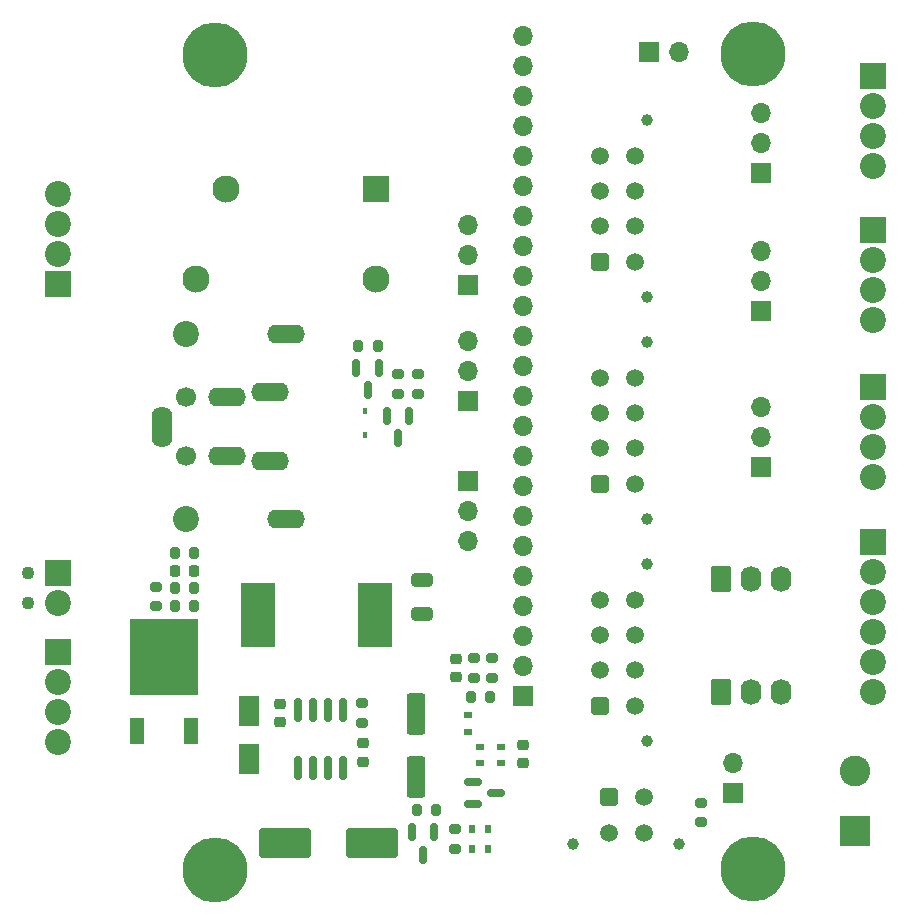
<source format=gbr>
%TF.GenerationSoftware,KiCad,Pcbnew,(6.0.11-0)*%
%TF.CreationDate,2023-05-17T22:58:47+12:00*%
%TF.ProjectId,controller-lower-cut,636f6e74-726f-46c6-9c65-722d6c6f7765,3.2*%
%TF.SameCoordinates,PX1c9c380PY1312d00*%
%TF.FileFunction,Soldermask,Top*%
%TF.FilePolarity,Negative*%
%FSLAX46Y46*%
G04 Gerber Fmt 4.6, Leading zero omitted, Abs format (unit mm)*
G04 Created by KiCad (PCBNEW (6.0.11-0)) date 2023-05-17 22:58:47*
%MOMM*%
%LPD*%
G01*
G04 APERTURE LIST*
G04 Aperture macros list*
%AMRoundRect*
0 Rectangle with rounded corners*
0 $1 Rounding radius*
0 $2 $3 $4 $5 $6 $7 $8 $9 X,Y pos of 4 corners*
0 Add a 4 corners polygon primitive as box body*
4,1,4,$2,$3,$4,$5,$6,$7,$8,$9,$2,$3,0*
0 Add four circle primitives for the rounded corners*
1,1,$1+$1,$2,$3*
1,1,$1+$1,$4,$5*
1,1,$1+$1,$6,$7*
1,1,$1+$1,$8,$9*
0 Add four rect primitives between the rounded corners*
20,1,$1+$1,$2,$3,$4,$5,0*
20,1,$1+$1,$4,$5,$6,$7,0*
20,1,$1+$1,$6,$7,$8,$9,0*
20,1,$1+$1,$8,$9,$2,$3,0*%
G04 Aperture macros list end*
%ADD10R,2.900000X5.400000*%
%ADD11C,1.000000*%
%ADD12RoundRect,0.250001X0.499999X-0.499999X0.499999X0.499999X-0.499999X0.499999X-0.499999X-0.499999X0*%
%ADD13C,1.500000*%
%ADD14RoundRect,0.225000X0.250000X-0.225000X0.250000X0.225000X-0.250000X0.225000X-0.250000X-0.225000X0*%
%ADD15RoundRect,0.225000X-0.250000X0.225000X-0.250000X-0.225000X0.250000X-0.225000X0.250000X0.225000X0*%
%ADD16RoundRect,0.200000X-0.275000X0.200000X-0.275000X-0.200000X0.275000X-0.200000X0.275000X0.200000X0*%
%ADD17RoundRect,0.200000X0.275000X-0.200000X0.275000X0.200000X-0.275000X0.200000X-0.275000X-0.200000X0*%
%ADD18RoundRect,0.250000X-0.620000X-0.845000X0.620000X-0.845000X0.620000X0.845000X-0.620000X0.845000X0*%
%ADD19O,1.740000X2.190000*%
%ADD20R,2.600000X2.600000*%
%ADD21C,2.600000*%
%ADD22R,0.700000X0.600000*%
%ADD23RoundRect,0.250001X-0.499999X-0.499999X0.499999X-0.499999X0.499999X0.499999X-0.499999X0.499999X0*%
%ADD24C,5.500000*%
%ADD25R,1.700000X1.700000*%
%ADD26O,1.700000X1.700000*%
%ADD27R,2.200000X2.200000*%
%ADD28C,2.200000*%
%ADD29C,1.100000*%
%ADD30RoundRect,0.200000X-0.200000X-0.275000X0.200000X-0.275000X0.200000X0.275000X-0.200000X0.275000X0*%
%ADD31R,0.600000X0.700000*%
%ADD32RoundRect,0.150000X-0.150000X0.587500X-0.150000X-0.587500X0.150000X-0.587500X0.150000X0.587500X0*%
%ADD33R,1.200000X2.200000*%
%ADD34R,5.800000X6.400000*%
%ADD35RoundRect,0.250000X-1.950000X-1.000000X1.950000X-1.000000X1.950000X1.000000X-1.950000X1.000000X0*%
%ADD36C,2.300000*%
%ADD37R,2.300000X2.300000*%
%ADD38C,1.700000*%
%ADD39O,3.200000X1.600000*%
%ADD40O,1.750000X3.500000*%
%ADD41RoundRect,0.250000X-0.550000X1.500000X-0.550000X-1.500000X0.550000X-1.500000X0.550000X1.500000X0*%
%ADD42RoundRect,0.250000X-0.650000X0.325000X-0.650000X-0.325000X0.650000X-0.325000X0.650000X0.325000X0*%
%ADD43R,0.450000X0.600000*%
%ADD44RoundRect,0.200000X0.200000X0.275000X-0.200000X0.275000X-0.200000X-0.275000X0.200000X-0.275000X0*%
%ADD45RoundRect,0.150000X0.150000X-0.825000X0.150000X0.825000X-0.150000X0.825000X-0.150000X-0.825000X0*%
%ADD46RoundRect,0.225000X0.225000X0.250000X-0.225000X0.250000X-0.225000X-0.250000X0.225000X-0.250000X0*%
%ADD47RoundRect,0.150000X-0.587500X-0.150000X0.587500X-0.150000X0.587500X0.150000X-0.587500X0.150000X0*%
%ADD48R,1.800000X2.500000*%
G04 APERTURE END LIST*
D10*
%TO.C,L1*%
X27600000Y-61410000D03*
X37500000Y-61410000D03*
%TD*%
D11*
%TO.C,J11*%
X60525000Y-34550000D03*
X60525000Y-19550000D03*
D12*
X56585000Y-31550000D03*
D13*
X56585000Y-28550000D03*
X56585000Y-25550000D03*
X56585000Y-22550000D03*
X59585000Y-31550000D03*
X59585000Y-28550000D03*
X59585000Y-25550000D03*
X59585000Y-22550000D03*
%TD*%
D14*
%TO.C,C5*%
X36500000Y-73875000D03*
X36500000Y-72325000D03*
%TD*%
D15*
%TO.C,C1*%
X44400000Y-65150000D03*
X44400000Y-66700000D03*
%TD*%
D16*
%TO.C,R12*%
X36449999Y-68935000D03*
X36449999Y-70585000D03*
%TD*%
D17*
%TO.C,R6*%
X45900000Y-66750000D03*
X45900000Y-65100000D03*
%TD*%
D18*
%TO.C,J18*%
X66860000Y-68000000D03*
D19*
X69400000Y-68000000D03*
X71940000Y-68000000D03*
%TD*%
D17*
%TO.C,R14*%
X41140000Y-42725000D03*
X41140000Y-41075000D03*
%TD*%
D20*
%TO.C,J5*%
X78205000Y-79737893D03*
D21*
X78205000Y-74657893D03*
%TD*%
D22*
%TO.C,D3*%
X46400000Y-73992893D03*
X46400000Y-72592893D03*
%TD*%
D11*
%TO.C,J4*%
X63300000Y-80832893D03*
X54300000Y-80832893D03*
D23*
X57300000Y-76892893D03*
D13*
X60300000Y-76892893D03*
X57300000Y-79892893D03*
X60300000Y-79892893D03*
%TD*%
D24*
%TO.C,H4*%
X24000000Y-83000000D03*
%TD*%
D25*
%TO.C,JP7*%
X45425000Y-43325000D03*
D26*
X45425000Y-40785000D03*
X45425000Y-38245000D03*
%TD*%
D27*
%TO.C,J10*%
X79708381Y-15795001D03*
D28*
X79708381Y-18335001D03*
X79708381Y-20875001D03*
X79708381Y-23415001D03*
%TD*%
D29*
%TO.C,J7*%
X8160000Y-57930000D03*
X8160000Y-60470000D03*
D27*
X10700000Y-57930000D03*
D28*
X10700000Y-60470000D03*
%TD*%
D16*
%TO.C,R15*%
X39500000Y-41075000D03*
X39500000Y-42725000D03*
%TD*%
D18*
%TO.C,J17*%
X66860000Y-58400000D03*
D19*
X69400000Y-58400000D03*
X71940000Y-58400000D03*
%TD*%
D25*
%TO.C,JP5*%
X70200000Y-35713380D03*
D26*
X70200000Y-33173380D03*
X70200000Y-30633380D03*
%TD*%
D11*
%TO.C,J16*%
X60525000Y-72150000D03*
X60525000Y-57150000D03*
D12*
X56585000Y-69150000D03*
D13*
X56585000Y-66150000D03*
X56585000Y-63150000D03*
X56585000Y-60150000D03*
X59585000Y-69150000D03*
X59585000Y-66150000D03*
X59585000Y-63150000D03*
X59585000Y-60150000D03*
%TD*%
D27*
%TO.C,J15*%
X10700000Y-64620000D03*
D28*
X10700000Y-67160000D03*
X10700000Y-69700000D03*
X10700000Y-72240000D03*
%TD*%
D30*
%TO.C,R7*%
X20575000Y-60700000D03*
X22225000Y-60700000D03*
%TD*%
D31*
%TO.C,D5*%
X47100000Y-81300000D03*
X45700000Y-81300000D03*
%TD*%
D24*
%TO.C,H6*%
X69500000Y-82992893D03*
%TD*%
D25*
%TO.C,JP6*%
X45425000Y-33500000D03*
D26*
X45425000Y-30960000D03*
X45425000Y-28420000D03*
%TD*%
D17*
%TO.C,R5*%
X65100000Y-79017893D03*
X65100000Y-77367893D03*
%TD*%
D32*
%TO.C,Q4*%
X40450000Y-44562500D03*
X38550000Y-44562500D03*
X39500000Y-46437500D03*
%TD*%
D33*
%TO.C,Q2*%
X17370000Y-71300000D03*
D34*
X19650000Y-65000000D03*
D33*
X21930000Y-71300000D03*
%TD*%
D16*
%TO.C,R8*%
X19000000Y-59075000D03*
X19000000Y-60725000D03*
%TD*%
D22*
%TO.C,D1*%
X45437500Y-71337500D03*
X45437500Y-69937500D03*
%TD*%
D14*
%TO.C,C6*%
X29450000Y-70534999D03*
X29450000Y-68984999D03*
%TD*%
D25*
%TO.C,JP4*%
X70200000Y-23992893D03*
D26*
X70200000Y-21452893D03*
X70200000Y-18912893D03*
%TD*%
D27*
%TO.C,J12*%
X79708381Y-28848381D03*
D28*
X79708381Y-31388381D03*
X79708381Y-33928381D03*
X79708381Y-36468381D03*
%TD*%
D24*
%TO.C,H5*%
X69500000Y-13992893D03*
%TD*%
D35*
%TO.C,C4*%
X29900000Y-80760000D03*
X37300000Y-80760000D03*
%TD*%
D27*
%TO.C,J14*%
X79708381Y-42145001D03*
D28*
X79708381Y-44685001D03*
X79708381Y-47225001D03*
X79708381Y-49765001D03*
%TD*%
D36*
%TO.C,K1*%
X37600000Y-33020000D03*
X22360000Y-33000000D03*
X24900000Y-25400000D03*
D37*
X37600000Y-25400000D03*
%TD*%
D11*
%TO.C,J13*%
X60525000Y-53350000D03*
X60525000Y-38350000D03*
D12*
X56585000Y-50350000D03*
D13*
X56585000Y-47350000D03*
X56585000Y-44350000D03*
X56585000Y-41350000D03*
X59585000Y-50350000D03*
X59585000Y-47350000D03*
X59585000Y-44350000D03*
X59585000Y-41350000D03*
%TD*%
D25*
%TO.C,JP2*%
X45400000Y-50075000D03*
D26*
X45400000Y-52615000D03*
X45400000Y-55155000D03*
%TD*%
D14*
%TO.C,C2*%
X50100000Y-73967893D03*
X50100000Y-72417893D03*
%TD*%
D28*
%TO.C,J3*%
X21500000Y-53300000D03*
D38*
X21500000Y-48000000D03*
D28*
X21500000Y-37700000D03*
D38*
X21500000Y-43000000D03*
D39*
X28650000Y-48400000D03*
X25000000Y-48000000D03*
X25000000Y-43000000D03*
X28650000Y-42600000D03*
X30000000Y-37700000D03*
D40*
X19500000Y-45500000D03*
D39*
X30000000Y-53300000D03*
%TD*%
D30*
%TO.C,R16*%
X36110000Y-38645000D03*
X37760000Y-38645000D03*
%TD*%
D41*
%TO.C,C8*%
X41000000Y-69800000D03*
X41000000Y-75200000D03*
%TD*%
D27*
%TO.C,J9*%
X79700000Y-55250000D03*
D28*
X79700000Y-57790000D03*
X79700000Y-60330000D03*
X79700000Y-62870000D03*
X79700000Y-65410000D03*
X79700000Y-67950000D03*
%TD*%
D31*
%TO.C,D4*%
X45700000Y-79600000D03*
X47100000Y-79600000D03*
%TD*%
D30*
%TO.C,R9*%
X20575000Y-56200000D03*
X22225000Y-56200000D03*
%TD*%
D42*
%TO.C,C7*%
X41525000Y-58450000D03*
X41525000Y-61400000D03*
%TD*%
D32*
%TO.C,Q3*%
X42550000Y-79862500D03*
X40650000Y-79862500D03*
X41600000Y-81737500D03*
%TD*%
D25*
%TO.C,JP3*%
X60725000Y-13800000D03*
D26*
X63265000Y-13800000D03*
%TD*%
D25*
%TO.C,JP1*%
X67800000Y-76492893D03*
D26*
X67800000Y-73952893D03*
%TD*%
D30*
%TO.C,R11*%
X41075000Y-78000000D03*
X42725000Y-78000000D03*
%TD*%
D17*
%TO.C,R2*%
X47425000Y-66750000D03*
X47425000Y-65100000D03*
%TD*%
D25*
%TO.C,JP8*%
X70200000Y-48910000D03*
D26*
X70200000Y-46370000D03*
X70200000Y-43830000D03*
%TD*%
D43*
%TO.C,D11*%
X36700000Y-44150000D03*
X36700000Y-46250000D03*
%TD*%
D44*
%TO.C,R3*%
X47275000Y-68425000D03*
X45625000Y-68425000D03*
%TD*%
D25*
%TO.C,J2*%
X50100000Y-68311000D03*
D26*
X50100000Y-65771000D03*
X50100000Y-63231000D03*
X50100000Y-60691000D03*
X50100000Y-58151000D03*
X50100000Y-55611000D03*
X50100000Y-53071000D03*
X50100000Y-50531000D03*
X50100000Y-47991000D03*
X50100000Y-45451000D03*
X50100000Y-42911000D03*
X50100000Y-40371000D03*
X50100000Y-37831000D03*
X50100000Y-35291000D03*
X50100000Y-32751000D03*
X50100000Y-30211000D03*
X50100000Y-27671000D03*
X50100000Y-25131000D03*
X50100000Y-22591000D03*
X50100000Y-20051000D03*
X50100000Y-17511000D03*
X50100000Y-14971000D03*
X50100000Y-12431000D03*
%TD*%
D45*
%TO.C,U1*%
X31045000Y-74434999D03*
X32315000Y-74434999D03*
X33585000Y-74434999D03*
X34855000Y-74434999D03*
X34855000Y-69484999D03*
X33585000Y-69484999D03*
X32315000Y-69484999D03*
X31045000Y-69484999D03*
%TD*%
D22*
%TO.C,D2*%
X48200000Y-73992893D03*
X48200000Y-72592893D03*
%TD*%
D46*
%TO.C,C3*%
X22175000Y-57700000D03*
X20625000Y-57700000D03*
%TD*%
D47*
%TO.C,Q1*%
X45862500Y-75550000D03*
X45862500Y-77450000D03*
X47737500Y-76500000D03*
%TD*%
D17*
%TO.C,R10*%
X44300000Y-81225000D03*
X44300000Y-79575000D03*
%TD*%
D24*
%TO.C,H3*%
X24000000Y-14000000D03*
%TD*%
D27*
%TO.C,J19*%
X10700000Y-33414999D03*
D28*
X10700000Y-30874999D03*
X10700000Y-28334999D03*
X10700000Y-25794999D03*
%TD*%
D44*
%TO.C,R4*%
X22225000Y-59200000D03*
X20575000Y-59200000D03*
%TD*%
D48*
%TO.C,D6*%
X26900000Y-69610000D03*
X26900000Y-73610000D03*
%TD*%
D32*
%TO.C,Q5*%
X37850000Y-40562500D03*
X35950000Y-40562500D03*
X36900000Y-42437500D03*
%TD*%
M02*

</source>
